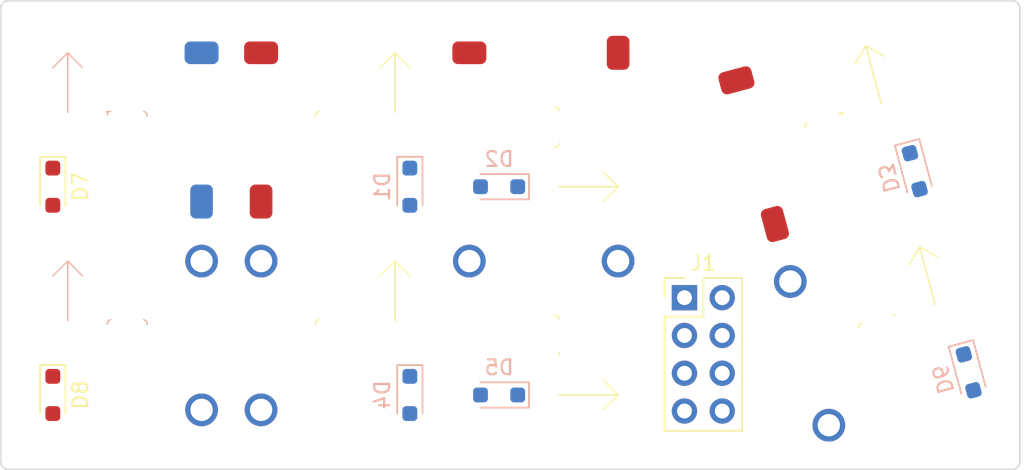
<source format=kicad_pcb>
(kicad_pcb (version 20221018) (generator pcbnew)
  (layers (0 "F.Cu" signal) (31 "B.Cu" signal) (34 "B.Paste" user) (35 "F.Paste" user) (36 "B.SilkS" user "B.Silkscreen") (37 "F.SilkS" user "F.Silkscreen") (38 "B.Mask" user) (39 "F.Mask" user) (44 "Edge.Cuts" user))
  (net 0 "")
  (net 1 "row1")
  (net 2 "/d_c1r1")
  (net 3 "/d_c2r1")
  (net 4 "row2")
  (net 5 "/d_c1r2")
  (net 6 "/d_c2r2")
  (net 7 "col3")
  (net 8 "col0")
  (net 9 "col1")
  (net 10 "col2")
  (footprint "Diode_SMD:D_SOD-323_HandSoldering" (layer "F.Cu") (at 131 104 -90)
    (fp_text reference "D7" (at 0 -1.85 90) (layer "F.SilkS"))
    (fp_text value "1N4148WS")
    (fp_line (start -2.01 -0.85) (end -2.01 0.85) (stroke (width 0.12)) (layer "F.SilkS"))
    (fp_line (start -2.01 -0.85) (end 1.25 -0.85) (stroke (width 0.12)) (layer "F.SilkS"))
    (fp_line (start -2.01 0.85) (end 1.25 0.85) (stroke (width 0.12)) (layer "F.SilkS"))
    (pad "1" smd roundrect (at -1.25 0 270) (size 1 1) (layers "F.Cu" "F.Paste" "F.Mask") (net 1 "row1"))
    (pad "2" smd roundrect (at 1.25 0 270) (size 1 1) (layers "F.Cu" "F.Paste" "F.Mask") (net 2 "/d_c1r1"))
  )
  (footprint "Project Footprints:th_simple_sample" (layer "F.Cu") (at 164 114 -90)
    (fp_text reference "SW5" (at 0 -0.5 -90 unlocked) (layer "F.SilkS") (effects (font (thickness 0.1))))
    (fp_text value "SW_Push")
    (fp_line (start 4 -5) (end 3 -4) (stroke (width 0.1)) (layer "F.SilkS"))
    (fp_line (start 4 -5) (end 4 -1) (stroke (width 0.1)) (layer "F.SilkS"))
    (fp_line (start 4 -5) (end 5 -4) (stroke (width 0.1)) (layer "F.SilkS"))
    (pad "" np_thru_hole circle (at 0 0 270) (size 3 3) (drill 3) (layers "F&B.Cu" "*.Mask"))
    (pad "1" thru_hole circle (at -5 -5 270) (size 2.2 2.2) (drill 1.5) (layers "*.Cu" "*.Mask") (net 10 "col2"))
    (pad "2" thru_hole circle (at -5 5 270) (size 2.2 2.2) (drill 1.5) (layers "*.Cu" "*.Mask") (net 6 "/d_c2r2"))
  )
  (footprint "Project Footprints:th_simple_sample" (layer "F.Cu") (at 150 114)
    (fp_text reference "SW4" (at 0 -0.5 unlocked) (layer "F.SilkS") (effects (font (thickness 0.1))))
    (fp_text value "SW_Push")
    (fp_line (start 4 -5) (end 3 -4) (stroke (width 0.1)) (layer "F.SilkS"))
    (fp_line (start 4 -5) (end 4 -1) (stroke (width 0.1)) (layer "F.SilkS"))
    (fp_line (start 4 -5) (end 5 -4) (stroke (width 0.1)) (layer "F.SilkS"))
    (pad "" np_thru_hole circle (at 0 0) (size 3 3) (drill 3) (layers "F&B.Cu" "*.Mask"))
    (pad "1" thru_hole circle (at -5 -5) (size 2.2 2.2) (drill 1.5) (layers "*.Cu" "*.Mask") (net 9 "col1"))
    (pad "2" thru_hole circle (at -5 5) (size 2.2 2.2) (drill 1.5) (layers "*.Cu" "*.Mask") (net 5 "/d_c1r2"))
  )
  (footprint "Project Footprints:smd_simple_sample" (layer "F.Cu") (at 150 100)
    (fp_text reference "SW1" (at 0 -0.5 unlocked) (layer "F.SilkS") (effects (font (thickness 0.1))))
    (fp_text value "SW_Push")
    (fp_line (start 4 -5) (end 3 -4) (stroke (width 0.1)) (layer "F.SilkS"))
    (fp_line (start 4 -5) (end 4 -1) (stroke (width 0.1)) (layer "F.SilkS"))
    (fp_line (start 4 -5) (end 5 -4) (stroke (width 0.1)) (layer "F.SilkS"))
    (pad "" np_thru_hole circle (at 0 0) (size 3 3) (drill 3) (layers "F&B.Cu" "*.Mask"))
    (pad "1" smd roundrect (at -5 -5) (size 2.286 1.524) (layers "F.Cu" "F.Paste" "F.Mask") (net 9 "col1"))
    (pad "2" smd roundrect (at -5 5 90) (size 2.286 1.524) (layers "F.Cu" "F.Paste" "F.Mask") (net 2 "/d_c1r1"))
  )
  (footprint "Project Footprints:th_simple_sample" (layer "F.Cu") (at 186.699361 113.907927 15)
    (fp_text reference "SW6" (at 0 -0.5 15 unlocked) (layer "F.SilkS") (effects (font (thickness 0.1))))
    (fp_text value "SW_Push")
    (fp_line (start 4 -5) (end 3 -4) (stroke (width 0.1)) (layer "F.SilkS"))
    (fp_line (start 4 -5) (end 4 -1) (stroke (width 0.1)) (layer "F.SilkS"))
    (fp_line (start 4 -5) (end 5 -4) (stroke (width 0.1)) (layer "F.SilkS"))
    (pad "" np_thru_hole circle (at 0 0 15) (size 3 3) (drill 3) (layers "F&B.Cu" "*.Mask"))
    (pad "1" thru_hole circle (at -5 -5 15) (size 2.2 2.2) (drill 1.5) (layers "*.Cu" "*.Mask") (net 7 "col3"))
    (pad "2" thru_hole circle (at -5 5 15) (size 2.2 2.2) (drill 1.5) (layers "*.Cu" "*.Mask") (net 6 "/d_c2r2"))
  )
  (footprint "Diode_SMD:D_SOD-323_HandSoldering" (layer "F.Cu") (at 131 118 -90)
    (fp_text reference "D8" (at 0 -1.85 90) (layer "F.SilkS"))
    (fp_text value "1N4148WS")
    (fp_line (start -2.01 -0.85) (end -2.01 0.85) (stroke (width 0.12)) (layer "F.SilkS"))
    (fp_line (start -2.01 -0.85) (end 1.25 -0.85) (stroke (width 0.12)) (layer "F.SilkS"))
    (fp_line (start -2.01 0.85) (end 1.25 0.85) (stroke (width 0.12)) (layer "F.SilkS"))
    (pad "1" smd roundrect (at -1.25 0 270) (size 1 1) (layers "F.Cu" "F.Paste" "F.Mask") (net 4 "row2"))
    (pad "2" smd roundrect (at 1.25 0 270) (size 1 1) (layers "F.Cu" "F.Paste" "F.Mask") (net 5 "/d_c1r2"))
  )
  (footprint "Project Footprints:smd_simple_sample" (layer "F.Cu") (at 183.075894 100.384966 15)
    (fp_text reference "SW3" (at 0 -0.5 15 unlocked) (layer "F.SilkS") (effects (font (thickness 0.1))))
    (fp_text value "SW_Push")
    (fp_line (start 4 -5) (end 3 -4) (stroke (width 0.1)) (layer "F.SilkS"))
    (fp_line (start 4 -5) (end 4 -1) (stroke (width 0.1)) (layer "F.SilkS"))
    (fp_line (start 4 -5) (end 5 -4) (stroke (width 0.1)) (layer "F.SilkS"))
    (pad "" np_thru_hole circle (at 0 0 15) (size 3 3) (drill 3) (layers "F&B.Cu" "*.Mask"))
    (pad "1" smd roundrect (at -5 -5 15) (size 2.286 1.524) (layers "F.Cu" "F.Paste" "F.Mask") (net 7 "col3"))
    (pad "2" smd roundrect (at -5 5 105) (size 2.286 1.524) (layers "F.Cu" "F.Paste" "F.Mask") (net 3 "/d_c2r1"))
  )
  (footprint "Project Footprints:smd_simple_sample" (layer "F.Cu") (at 164 100 -90)
    (fp_text reference "SW2" (at 0 -0.5 -90 unlocked) (layer "F.SilkS") (effects (font (thickness 0.1))))
    (fp_text value "SW_Push")
    (fp_line (start 4 -5) (end 3 -4) (stroke (width 0.1)) (layer "F.SilkS"))
    (fp_line (start 4 -5) (end 4 -1) (stroke (width 0.1)) (layer "F.SilkS"))
    (fp_line (start 4 -5) (end 5 -4) (stroke (width 0.1)) (layer "F.SilkS"))
    (pad "" np_thru_hole circle (at 0 0 270) (size 3 3) (drill 3) (layers "F&B.Cu" "*.Mask"))
    (pad "1" smd roundrect (at -5 -5 270) (size 2.286 1.524) (layers "F.Cu" "F.Paste" "F.Mask") (net 10 "col2"))
    (pad "2" smd roundrect (at -5 5) (size 2.286 1.524) (layers "F.Cu" "F.Paste" "F.Mask") (net 3 "/d_c2r1"))
  )
  (footprint "Connector_PinHeader_2.54mm:PinHeader_2x04_P2.54mm_Vertical" (layer "F.Cu") (at 173.46 111.46)
    (fp_text reference "J1" (at 1.27 -2.33) (layer "F.SilkS"))
    (fp_text value "Conn_02x04_Counter_Clockwise")
    (fp_line (start -1.33 -1.33) (end 0 -1.33) (stroke (width 0.12)) (layer "F.SilkS"))
    (fp_line (start -1.33 0) (end -1.33 -1.33) (stroke (width 0.12)) (layer "F.SilkS"))
    (fp_line (start -1.33 1.27) (end -1.33 8.95) (stroke (width 0.12)) (layer "F.SilkS"))
    (fp_line (start -1.33 1.27) (end 1.27 1.27) (stroke (width 0.12)) (layer "F.SilkS"))
    (fp_line (start -1.33 8.95) (end 3.87 8.95) (stroke (width 0.12)) (layer "F.SilkS"))
    (fp_line (start 1.27 -1.33) (end 3.87 -1.33) (stroke (width 0.12)) (layer "F.SilkS"))
    (fp_line (start 1.27 1.27) (end 1.27 -1.33) (stroke (width 0.12)) (layer "F.SilkS"))
    (fp_line (start 3.87 -1.33) (end 3.87 8.95) (stroke (width 0.12)) (layer "F.SilkS"))
    (pad "1" thru_hole rect (at 0 0) (size 1.7 1.7) (drill 1) (layers "*.Cu" "*.Mask") (net 9 "col1"))
    (pad "2" thru_hole oval (at 2.54 0) (size 1.7 1.7) (drill 1) (layers "*.Cu" "*.Mask") (net 10 "col2"))
    (pad "3" thru_hole oval (at 0 2.54) (size 1.7 1.7) (drill 1) (layers "*.Cu" "*.Mask") (net 7 "col3"))
    (pad "4" thru_hole oval (at 2.54 2.54) (size 1.7 1.7) (drill 1) (layers "*.Cu" "*.Mask") (net 8 "col0"))
    (pad "5" thru_hole oval (at 0 5.08) (size 1.7 1.7) (drill 1) (layers "*.Cu" "*.Mask"))
    (pad "6" thru_hole oval (at 2.54 5.08) (size 1.7 1.7) (drill 1) (layers "*.Cu" "*.Mask"))
    (pad "7" thru_hole oval (at 0 7.62) (size 1.7 1.7) (drill 1) (layers "*.Cu" "*.Mask") (net 4 "row2"))
    (pad "8" thru_hole oval (at 2.54 7.62) (size 1.7 1.7) (drill 1) (layers "*.Cu" "*.Mask") (net 1 "row1"))
  )
  (footprint "Diode_SMD:D_SOD-323_HandSoldering" (layer "B.Cu") (at 192.564266 116.477535 -75)
    (fp_text reference "D6" (at 0 1.85 105) (layer "B.SilkS") (effects (justify mirror)))
    (fp_text value "1N4148WS")
    (fp_line (start -2.01 -0.85) (end 1.25 -0.85) (stroke (width 0.12)) (layer "B.SilkS"))
    (fp_line (start -2.01 0.85) (end -2.01 -0.85) (stroke (width 0.12)) (layer "B.SilkS"))
    (fp_line (start -2.01 0.85) (end 1.25 0.85) (stroke (width 0.12)) (layer "B.SilkS"))
    (pad "1" smd roundrect (at -1.25 0 285) (size 1 1) (layers "B.Cu" "B.Paste" "B.Mask") (net 4 "row2"))
    (pad "2" smd roundrect (at 1.25 0 285) (size 1 1) (layers "B.Cu" "B.Paste" "B.Mask") (net 6 "/d_c2r2"))
  )
  (footprint "Diode_SMD:D_SOD-323_HandSoldering" (layer "B.Cu") (at 161 104 180)
    (fp_text reference "D2" (at 0 1.85) (layer "B.SilkS") (effects (justify mirror)))
    (fp_text value "1N4148WS")
    (fp_line (start -2.01 -0.85) (end 1.25 -0.85) (stroke (width 0.12)) (layer "B.SilkS"))
    (fp_line (start -2.01 0.85) (end -2.01 -0.85) (stroke (width 0.12)) (layer "B.SilkS"))
    (fp_line (start -2.01 0.85) (end 1.25 0.85) (stroke (width 0.12)) (layer "B.SilkS"))
    (pad "1" smd roundrect (at -1.25 0 180) (size 1 1) (layers "B.Cu" "B.Paste" "B.Mask") (net 1 "row1"))
    (pad "2" smd roundrect (at 1.25 0 180) (size 1 1) (layers "B.Cu" "B.Paste" "B.Mask") (net 3 "/d_c2r1"))
  )
  (footprint "Diode_SMD:D_SOD-323_HandSoldering" (layer "B.Cu") (at 155 118 -90)
    (fp_text reference "D4" (at 0 1.85 90) (layer "B.SilkS") (effects (justify mirror)))
    (fp_text value "1N4148WS")
    (fp_line (start -2.01 -0.85) (end 1.25 -0.85) (stroke (width 0.12)) (layer "B.SilkS"))
    (fp_line (start -2.01 0.85) (end -2.01 -0.85) (stroke (width 0.12)) (layer "B.SilkS"))
    (fp_line (start -2.01 0.85) (end 1.25 0.85) (stroke (width 0.12)) (layer "B.SilkS"))
    (pad "1" smd roundrect (at -1.25 0 270) (size 1 1) (layers "B.Cu" "B.Paste" "B.Mask") (net 4 "row2"))
    (pad "2" smd roundrect (at 1.25 0 270) (size 1 1) (layers "B.Cu" "B.Paste" "B.Mask") (net 5 "/d_c1r2"))
  )
  (footprint "Project Footprints:th_simple_sample" (layer "B.Cu") (at 136 114 180)
    (fp_text reference "SW8" (at 0 0.5 unlocked) (layer "B.SilkS") (effects (font (thickness 0.1)) (justify mirror)))
    (fp_text value "SW_Push")
    (fp_line (start 4 5) (end 3 4) (stroke (width 0.1)) (layer "B.SilkS"))
    (fp_line (start 4 5) (end 4 1) (stroke (width 0.1)) (layer "B.SilkS"))
    (fp_line (start 4 5) (end 5 4) (stroke (width 0.1)) (layer "B.SilkS"))
    (pad "" np_thru_hole circle (at 0 0 180) (size 3 3) (drill 3) (layers "F&B.Cu" "*.Mask"))
    (pad "1" thru_hole circle (at -5 5 180) (size 2.2 2.2) (drill 1.5) (layers "*.Cu" "*.Mask") (net 8 "col0"))
    (pad "2" thru_hole circle (at -5 -5 180) (size 2.2 2.2) (drill 1.5) (layers "*.Cu" "*.Mask") (net 5 "/d_c1r2"))
  )
  (footprint "Diode_SMD:D_SOD-323_HandSoldering" (layer "B.Cu") (at 188.9408 102.954574 -75)
    (fp_text reference "D3" (at 0 1.85 105) (layer "B.SilkS") (effects (justify mirror)))
    (fp_text value "1N4148WS")
    (fp_line (start -2.01 -0.85) (end 1.25 -0.85) (stroke (width 0.12)) (layer "B.SilkS"))
    (fp_line (start -2.01 0.85) (end -2.01 -0.85) (stroke (width 0.12)) (layer "B.SilkS"))
    (fp_line (start -2.01 0.85) (end 1.25 0.85) (stroke (width 0.12)) (layer "B.SilkS"))
    (pad "1" smd roundrect (at -1.25 0 285) (size 1 1) (layers "B.Cu" "B.Paste" "B.Mask") (net 1 "row1"))
    (pad "2" smd roundrect (at 1.25 0 285) (size 1 1) (layers "B.Cu" "B.Paste" "B.Mask") (net 3 "/d_c2r1"))
  )
  (footprint "Diode_SMD:D_SOD-323_HandSoldering" (layer "B.Cu") (at 155 104 -90)
    (fp_text reference "D1" (at 0 1.85 90) (layer "B.SilkS") (effects (justify mirror)))
    (fp_text value "1N4148WS")
    (fp_line (start -2.01 -0.85) (end 1.25 -0.85) (stroke (width 0.12)) (layer "B.SilkS"))
    (fp_line (start -2.01 0.85) (end -2.01 -0.85) (stroke (width 0.12)) (layer "B.SilkS"))
    (fp_line (start -2.01 0.85) (end 1.25 0.85) (stroke (width 0.12)) (layer "B.SilkS"))
    (pad "1" smd roundrect (at -1.25 0 270) (size 1 1) (layers "B.Cu" "B.Paste" "B.Mask") (net 1 "row1"))
    (pad "2" smd roundrect (at 1.25 0 270) (size 1 1) (layers "B.Cu" "B.Paste" "B.Mask") (net 2 "/d_c1r1"))
  )
  (footprint "Project Footprints:smd_simple_sample" (layer "B.Cu") (at 136 100 180)
    (fp_text reference "SW7" (at 0 0.5 unlocked) (layer "B.SilkS") (effects (font (thickness 0.1)) (justify mirror)))
    (fp_text value "SW_Push")
    (fp_line (start 4 5) (end 3 4) (stroke (width 0.1)) (layer "B.SilkS"))
    (fp_line (start 4 5) (end 4 1) (stroke (width 0.1)) (layer "B.SilkS"))
    (fp_line (start 4 5) (end 5 4) (stroke (width 0.1)) (layer "B.SilkS"))
    (pad "" np_thru_hole circle (at 0 0 180) (size 3 3) (drill 3) (layers "F&B.Cu" "*.Mask"))
    (pad "1" smd roundrect (at -5 5 180) (size 2.286 1.524) (layers "B.Cu" "B.Paste" "B.Mask") (net 8 "col0"))
    (pad "2" smd roundrect (at -5 -5 90) (size 2.286 1.524) (layers "B.Cu" "B.Paste" "B.Mask") (net 2 "/d_c1r1"))
  )
  (footprint "Diode_SMD:D_SOD-323_HandSoldering" (layer "B.Cu") (at 161 118 180)
    (fp_text reference "D5" (at 0 1.85) (layer "B.SilkS") (effects (justify mirror)))
    (fp_text value "1N4148WS")
    (fp_line (start -2.01 -0.85) (end 1.25 -0.85) (stroke (width 0.12)) (layer "B.SilkS"))
    (fp_line (start -2.01 0.85) (end -2.01 -0.85) (stroke (width 0.12)) (layer "B.SilkS"))
    (fp_line (start -2.01 0.85) (end 1.25 0.85) (stroke (width 0.12)) (layer "B.SilkS"))
    (pad "1" smd roundrect (at -1.25 0 180) (size 1 1) (layers "B.Cu" "B.Paste" "B.Mask") (net 4 "row2"))
    (pad "2" smd roundrect (at 1.25 0 180) (size 1 1) (layers "B.Cu" "B.Paste" "B.Mask") (net 6 "/d_c2r2"))
  )
  (gr_arc (start 195.5 91.5) (mid 195.853553 91.646447) (end 196 92) (stroke (width 0.1)) (layer "Edge.Cuts"))
  (gr_arc (start 127.5 92) (mid 127.646447 91.646447) (end 128 91.5) (stroke (width 0.1)) (layer "Edge.Cuts"))
  (gr_line (start 196 122.5) (end 196 92) (stroke (width 0.1)) (layer "Edge.Cuts"))
  (gr_line (start 128 123) (end 195.5 123) (stroke (width 0.1)) (layer "Edge.Cuts"))
  (gr_line (start 127.5 92) (end 127.5 122.5) (stroke (width 0.1)) (layer "Edge.Cuts"))
  (gr_arc (start 128 123) (mid 127.646447 122.853553) (end 127.5 122.5) (stroke (width 0.1)) (layer "Edge.Cuts"))
  (gr_line (start 128 91.5) (end 195.5 91.5) (stroke (width 0.1)) (layer "Edge.Cuts"))
  (gr_arc (start 196 122.5) (mid 195.853553 122.853553) (end 195.5 123) (stroke (width 0.1)) (layer "Edge.Cuts"))
)
</source>
